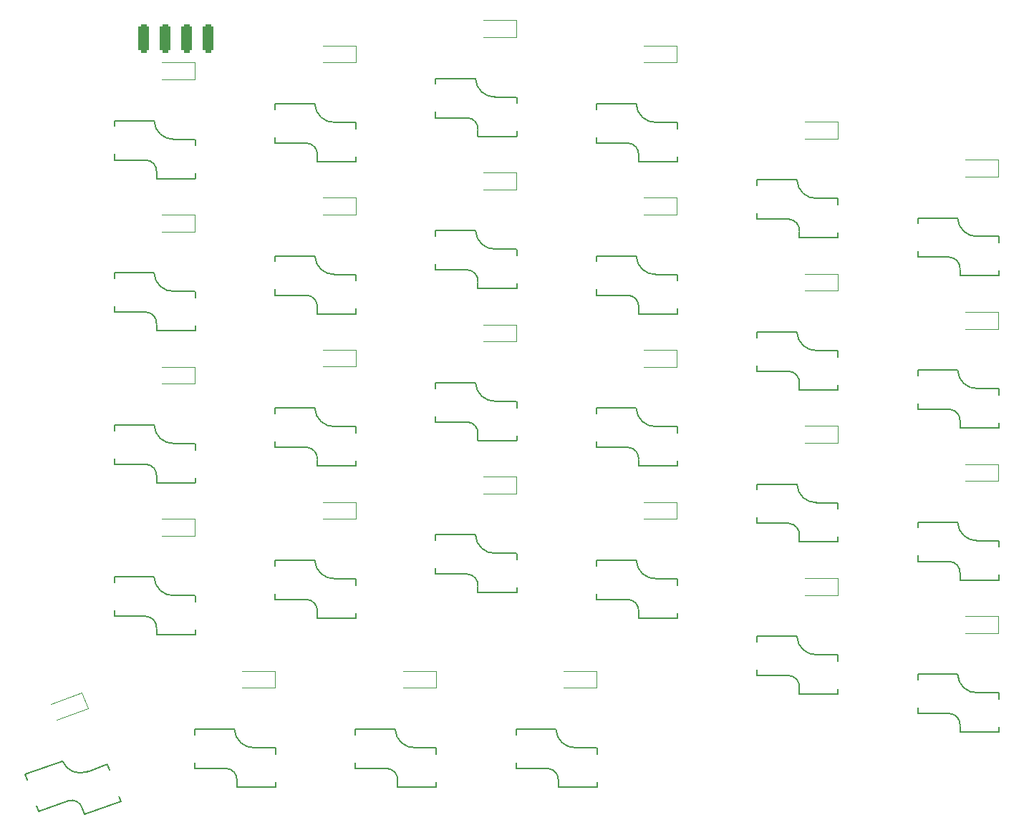
<source format=gbo>
%TF.GenerationSoftware,KiCad,Pcbnew,(6.0.11-0)*%
%TF.CreationDate,2023-01-30T19:33:05+08:00*%
%TF.ProjectId,V4,56342e6b-6963-4616-945f-706362585858,rev?*%
%TF.SameCoordinates,PX90f5600PY5e69ec0*%
%TF.FileFunction,Legend,Bot*%
%TF.FilePolarity,Positive*%
%FSLAX46Y46*%
G04 Gerber Fmt 4.6, Leading zero omitted, Abs format (unit mm)*
G04 Created by KiCad (PCBNEW (6.0.11-0)) date 2023-01-30 19:33:05*
%MOMM*%
%LPD*%
G01*
G04 APERTURE LIST*
G04 Aperture macros list*
%AMRoundRect*
0 Rectangle with rounded corners*
0 $1 Rounding radius*
0 $2 $3 $4 $5 $6 $7 $8 $9 X,Y pos of 4 corners*
0 Add a 4 corners polygon primitive as box body*
4,1,4,$2,$3,$4,$5,$6,$7,$8,$9,$2,$3,0*
0 Add four circle primitives for the rounded corners*
1,1,$1+$1,$2,$3*
1,1,$1+$1,$4,$5*
1,1,$1+$1,$6,$7*
1,1,$1+$1,$8,$9*
0 Add four rect primitives between the rounded corners*
20,1,$1+$1,$2,$3,$4,$5,0*
20,1,$1+$1,$4,$5,$6,$7,0*
20,1,$1+$1,$6,$7,$8,$9,0*
20,1,$1+$1,$8,$9,$2,$3,0*%
%AMRotRect*
0 Rectangle, with rotation*
0 The origin of the aperture is its center*
0 $1 length*
0 $2 width*
0 $3 Rotation angle, in degrees counterclockwise*
0 Add horizontal line*
21,1,$1,$2,0,0,$3*%
G04 Aperture macros list end*
%ADD10C,0.150000*%
%ADD11C,0.120000*%
%ADD12C,3.000000*%
%ADD13C,3.200000*%
%ADD14RoundRect,0.317500X0.317500X1.397000X-0.317500X1.397000X-0.317500X-1.397000X0.317500X-1.397000X0*%
%ADD15C,1.700000*%
%ADD16R,2.000000X2.600000*%
%ADD17R,0.900000X1.200000*%
%ADD18RotRect,2.000000X2.600000X20.000000*%
%ADD19RotRect,0.900000X1.200000X200.000000*%
G04 APERTURE END LIST*
D10*
%TO.C,SW20*%
X11725000Y18625000D02*
X11725000Y17968000D01*
X21275000Y11775000D02*
X16725000Y11775000D01*
X21275000Y16425000D02*
X18725000Y16425000D01*
X15500000Y13975000D02*
X11725000Y13975000D01*
X16425000Y18625000D02*
X11725000Y18625000D01*
X21300000Y16400000D02*
X21300000Y15682000D01*
X21300000Y15682000D02*
X21300000Y15682000D01*
X21300000Y12380000D02*
X21300000Y11800000D01*
X16720000Y12500000D02*
X16720000Y11800000D01*
X11725000Y14666000D02*
X11725000Y13975000D01*
X16720000Y12550000D02*
G75*
G03*
X15500000Y13970000I-1320000J100000D01*
G01*
X16430000Y18600000D02*
G75*
G03*
X18800000Y16430000I2270000J100000D01*
G01*
D11*
%TO.C,D11*%
X78250000Y34500000D02*
X74350000Y34500000D01*
X78250000Y34500000D02*
X78250000Y32500000D01*
X78250000Y32500000D02*
X74350000Y32500000D01*
%TO.C,D47*%
X78250000Y-19500000D02*
X74350000Y-19500000D01*
X78250000Y-19500000D02*
X78250000Y-21500000D01*
X78250000Y-21500000D02*
X74350000Y-21500000D01*
D10*
%TO.C,SW8*%
X16720000Y30500002D02*
X16720000Y29800002D01*
X15500000Y31975002D02*
X11725000Y31975002D01*
X21300000Y33682002D02*
X21300000Y33682002D01*
X21275000Y34425002D02*
X18725000Y34425002D01*
X11725000Y36625002D02*
X11725000Y35968002D01*
X21275000Y29775002D02*
X16725000Y29775002D01*
X11725000Y32666002D02*
X11725000Y31975002D01*
X21300000Y34400002D02*
X21300000Y33682002D01*
X16425000Y36625002D02*
X11725000Y36625002D01*
X21300000Y30380002D02*
X21300000Y29800002D01*
X16720000Y30550002D02*
G75*
G03*
X15500000Y31970002I-1320000J100000D01*
G01*
X16430000Y36600002D02*
G75*
G03*
X18800000Y34430002I2270000J100000D01*
G01*
D11*
%TO.C,D32*%
X21250000Y5525000D02*
X17350000Y5525000D01*
X21250000Y7525000D02*
X21250000Y5525000D01*
X21250000Y7525000D02*
X17350000Y7525000D01*
D10*
%TO.C,SW11*%
X72500000Y22975000D02*
X68725000Y22975000D01*
X78300000Y21380000D02*
X78300000Y20800000D01*
X73720000Y21500000D02*
X73720000Y20800000D01*
X78300000Y24682000D02*
X78300000Y24682000D01*
X73425000Y27625000D02*
X68725000Y27625000D01*
X68725000Y27625000D02*
X68725000Y26968000D01*
X78275000Y20775000D02*
X73725000Y20775000D01*
X78275000Y25425000D02*
X75725000Y25425000D01*
X68725000Y23666000D02*
X68725000Y22975000D01*
X78300000Y25400000D02*
X78300000Y24682000D01*
X73720000Y21550000D02*
G75*
G03*
X72500000Y22970000I-1320000J100000D01*
G01*
X73430000Y27600000D02*
G75*
G03*
X75800000Y25430000I2270000J100000D01*
G01*
%TO.C,SW12*%
X97300000Y20900000D02*
X97300000Y20182000D01*
X97300000Y20182000D02*
X97300000Y20182000D01*
X92425000Y23125000D02*
X87725000Y23125000D01*
X92720000Y17000000D02*
X92720000Y16300000D01*
X87725000Y23125000D02*
X87725000Y22468000D01*
X91500000Y18475000D02*
X87725000Y18475000D01*
X97300000Y16880000D02*
X97300000Y16300000D01*
X87725000Y19166000D02*
X87725000Y18475000D01*
X97275000Y20925000D02*
X94725000Y20925000D01*
X97275000Y16275000D02*
X92725000Y16275000D01*
X92720000Y17050000D02*
G75*
G03*
X91500000Y18470000I-1320000J100000D01*
G01*
X92430000Y23100000D02*
G75*
G03*
X94800000Y20930000I2270000J100000D01*
G01*
%TO.C,SW7*%
X2275000Y27775000D02*
X-2275000Y27775000D01*
X2300000Y28380000D02*
X2300000Y27800000D01*
X-2280000Y28500000D02*
X-2280000Y27800000D01*
X2300000Y31682000D02*
X2300000Y31682000D01*
X-7275000Y30666000D02*
X-7275000Y29975000D01*
X-3500000Y29975000D02*
X-7275000Y29975000D01*
X2275000Y32425000D02*
X-275000Y32425000D01*
X2300000Y32400000D02*
X2300000Y31682000D01*
X-2575000Y34625000D02*
X-7275000Y34625000D01*
X-7275000Y34625000D02*
X-7275000Y33968000D01*
X-2570000Y34600000D02*
G75*
G03*
X-200000Y32430000I2270000J100000D01*
G01*
X-2280000Y28550000D02*
G75*
G03*
X-3500000Y29970000I-1320000J100000D01*
G01*
%TO.C,SW22*%
X49725000Y18625000D02*
X49725000Y17968000D01*
X59300000Y15682000D02*
X59300000Y15682000D01*
X53500000Y13975000D02*
X49725000Y13975000D01*
X54720000Y12500000D02*
X54720000Y11800000D01*
X59275000Y11775000D02*
X54725000Y11775000D01*
X59300000Y12380000D02*
X59300000Y11800000D01*
X49725000Y14666000D02*
X49725000Y13975000D01*
X59300000Y16400000D02*
X59300000Y15682000D01*
X54425000Y18625000D02*
X49725000Y18625000D01*
X59275000Y16425000D02*
X56725000Y16425000D01*
X54720000Y12550000D02*
G75*
G03*
X53500000Y13970000I-1320000J100000D01*
G01*
X54430000Y18600000D02*
G75*
G03*
X56800000Y16430000I2270000J100000D01*
G01*
D11*
%TO.C,D21*%
X40250000Y28500000D02*
X40250000Y26500000D01*
X40250000Y28500000D02*
X36350000Y28500000D01*
X40250000Y26500000D02*
X36350000Y26500000D01*
D10*
%TO.C,SW58*%
X49800000Y-39600000D02*
X49800000Y-40318000D01*
X44925000Y-37375000D02*
X40225000Y-37375000D01*
X49800000Y-43620000D02*
X49800000Y-44200000D01*
X45220000Y-43500000D02*
X45220000Y-44200000D01*
X44000000Y-42025000D02*
X40225000Y-42025000D01*
X40225000Y-37375000D02*
X40225000Y-38032000D01*
X49775000Y-39575000D02*
X47225000Y-39575000D01*
X49775000Y-44225000D02*
X45225000Y-44225000D01*
X40225000Y-41334000D02*
X40225000Y-42025000D01*
X49800000Y-40318000D02*
X49800000Y-40318000D01*
X45220000Y-43450000D02*
G75*
G03*
X44000000Y-42030000I-1320000J100000D01*
G01*
X44930000Y-37400000D02*
G75*
G03*
X47300000Y-39570000I2270000J100000D01*
G01*
D11*
%TO.C,D56*%
X11750000Y-30500000D02*
X7850000Y-30500000D01*
X11750000Y-32500000D02*
X7850000Y-32500000D01*
X11750000Y-30500000D02*
X11750000Y-32500000D01*
%TO.C,D57*%
X30749984Y-32500000D02*
X26849984Y-32500000D01*
X30749984Y-30500000D02*
X26849984Y-30500000D01*
X30749984Y-30500000D02*
X30749984Y-32500000D01*
D10*
%TO.C,SW44*%
X21300000Y-23620000D02*
X21300000Y-24200000D01*
X11725000Y-17375000D02*
X11725000Y-18032000D01*
X21300000Y-19600000D02*
X21300000Y-20318000D01*
X16425000Y-17375000D02*
X11725000Y-17375000D01*
X16720000Y-23500000D02*
X16720000Y-24200000D01*
X11725000Y-21334000D02*
X11725000Y-22025000D01*
X21275000Y-19575000D02*
X18725000Y-19575000D01*
X21300000Y-20318000D02*
X21300000Y-20318000D01*
X21275000Y-24225000D02*
X16725000Y-24225000D01*
X15500000Y-22025000D02*
X11725000Y-22025000D01*
X16720000Y-23450000D02*
G75*
G03*
X15500000Y-22030000I-1320000J100000D01*
G01*
X16430000Y-17400000D02*
G75*
G03*
X18800000Y-19570000I2270000J100000D01*
G01*
%TO.C,SW36*%
X92425000Y-12875000D02*
X87725000Y-12875000D01*
X92720000Y-19000000D02*
X92720000Y-19700000D01*
X97275000Y-19725000D02*
X92725000Y-19725000D01*
X97300000Y-19120000D02*
X97300000Y-19700000D01*
X91500000Y-17525000D02*
X87725000Y-17525000D01*
X97275000Y-15075000D02*
X94725000Y-15075000D01*
X97300000Y-15818000D02*
X97300000Y-15818000D01*
X97300000Y-15100000D02*
X97300000Y-15818000D01*
X87725000Y-12875000D02*
X87725000Y-13532000D01*
X87725000Y-16834000D02*
X87725000Y-17525000D01*
X92430000Y-12900000D02*
G75*
G03*
X94800000Y-15070000I2270000J100000D01*
G01*
X92720000Y-18950000D02*
G75*
G03*
X91500000Y-17530000I-1320000J100000D01*
G01*
D11*
%TO.C,D23*%
X78300000Y16500000D02*
X78300000Y14500000D01*
X78300000Y16500000D02*
X74400000Y16500000D01*
X78300000Y14500000D02*
X74400000Y14500000D01*
D10*
%TO.C,SW34*%
X59275000Y-6225000D02*
X54725000Y-6225000D01*
X59275000Y-1575000D02*
X56725000Y-1575000D01*
X49725000Y625000D02*
X49725000Y-32000D01*
X53500000Y-4025000D02*
X49725000Y-4025000D01*
X59300000Y-5620000D02*
X59300000Y-6200000D01*
X49725000Y-3334000D02*
X49725000Y-4025000D01*
X54720000Y-5500000D02*
X54720000Y-6200000D01*
X54425000Y625000D02*
X49725000Y625000D01*
X59300000Y-1600000D02*
X59300000Y-2318000D01*
X59300000Y-2318000D02*
X59300000Y-2318000D01*
X54430000Y600000D02*
G75*
G03*
X56800000Y-1570000I2270000J100000D01*
G01*
X54720000Y-5450000D02*
G75*
G03*
X53500000Y-4030000I-1320000J100000D01*
G01*
D11*
%TO.C,D31*%
X2249998Y5499997D02*
X2249998Y3499997D01*
X2249998Y3499997D02*
X-1650002Y3499997D01*
X2249998Y5499997D02*
X-1650002Y5499997D01*
D10*
%TO.C,SW55*%
X-6702513Y-45337811D02*
X-6504142Y-45882833D01*
X-12698253Y-45822719D02*
X-16245592Y-47113845D01*
X-11047348Y-46791501D02*
X-10807934Y-47449285D01*
X-7831864Y-42234946D02*
X-7831864Y-42234946D01*
X-16481928Y-46464517D02*
X-16245592Y-47113845D01*
X-8109477Y-41545305D02*
X-10505693Y-42417457D01*
X-6519084Y-45914876D02*
X-10794685Y-47471068D01*
X-8077434Y-41560247D02*
X-7831864Y-42234946D01*
X-17835986Y-42744274D02*
X-17611279Y-43361652D01*
X-13419431Y-41136779D02*
X-17835986Y-42744274D01*
X-13406183Y-41158561D02*
G75*
G03*
X-10436927Y-42387107I2098901J870355D01*
G01*
X-11064449Y-46744516D02*
G75*
G03*
X-12696543Y-45827417I-1274596J-357497D01*
G01*
D11*
%TO.C,D46*%
X59250000Y-10500000D02*
X55350000Y-10500000D01*
X59250000Y-10500000D02*
X59250000Y-12500000D01*
X59250000Y-12500000D02*
X55350000Y-12500000D01*
%TO.C,D8*%
X21250000Y43500000D02*
X21250000Y41500000D01*
X21250000Y41500000D02*
X17350000Y41500000D01*
X21250000Y43500000D02*
X17350000Y43500000D01*
D10*
%TO.C,SW9*%
X30725000Y39624997D02*
X30725000Y38967997D01*
X35720000Y33499997D02*
X35720000Y32799997D01*
X30725000Y35665997D02*
X30725000Y34974997D01*
X34500000Y34974997D02*
X30725000Y34974997D01*
X40275000Y32774997D02*
X35725000Y32774997D01*
X40300000Y33379997D02*
X40300000Y32799997D01*
X40275000Y37424997D02*
X37725000Y37424997D01*
X40300000Y37399997D02*
X40300000Y36681997D01*
X35425000Y39624997D02*
X30725000Y39624997D01*
X40300000Y36681997D02*
X40300000Y36681997D01*
X35720000Y33549997D02*
G75*
G03*
X34500000Y34969997I-1320000J100000D01*
G01*
X35430000Y39599997D02*
G75*
G03*
X37800000Y37429997I2270000J100000D01*
G01*
%TO.C,SW21*%
X35720000Y15500000D02*
X35720000Y14800000D01*
X40300000Y18682000D02*
X40300000Y18682000D01*
X40275000Y14775000D02*
X35725000Y14775000D01*
X40300000Y15380000D02*
X40300000Y14800000D01*
X35425000Y21625000D02*
X30725000Y21625000D01*
X30725000Y21625000D02*
X30725000Y20968000D01*
X34500000Y16975000D02*
X30725000Y16975000D01*
X30725000Y17666000D02*
X30725000Y16975000D01*
X40300000Y19400000D02*
X40300000Y18682000D01*
X40275000Y19425000D02*
X37725000Y19425000D01*
X35720000Y15550000D02*
G75*
G03*
X34500000Y16970000I-1320000J100000D01*
G01*
X35430000Y21600000D02*
G75*
G03*
X37800000Y19430000I2270000J100000D01*
G01*
%TO.C,SW19*%
X-2575000Y16625000D02*
X-7275000Y16625000D01*
X2300000Y13682000D02*
X2300000Y13682000D01*
X2275000Y9775000D02*
X-2275000Y9775000D01*
X-7275000Y12666000D02*
X-7275000Y11975000D01*
X2275000Y14425000D02*
X-275000Y14425000D01*
X-2280000Y10500000D02*
X-2280000Y9800000D01*
X2300000Y14400000D02*
X2300000Y13682000D01*
X2300000Y10380000D02*
X2300000Y9800000D01*
X-3500000Y11975000D02*
X-7275000Y11975000D01*
X-7275000Y16625000D02*
X-7275000Y15968000D01*
X-2570000Y16600000D02*
G75*
G03*
X-200000Y14430000I2270000J100000D01*
G01*
X-2280000Y10550000D02*
G75*
G03*
X-3500000Y11970000I-1320000J100000D01*
G01*
D11*
%TO.C,D44*%
X21250000Y-10500000D02*
X21250000Y-12500000D01*
X21250000Y-12500000D02*
X17350000Y-12500000D01*
X21250000Y-10500000D02*
X17350000Y-10500000D01*
%TO.C,D24*%
X97250000Y10000000D02*
X93350000Y10000000D01*
X97250000Y12000000D02*
X97250000Y10000000D01*
X97250000Y12000000D02*
X93350000Y12000000D01*
D10*
%TO.C,SW45*%
X40275000Y-16575000D02*
X37725000Y-16575000D01*
X30725000Y-18334000D02*
X30725000Y-19025000D01*
X40300000Y-17318000D02*
X40300000Y-17318000D01*
X34500000Y-19025000D02*
X30725000Y-19025000D01*
X35425000Y-14375000D02*
X30725000Y-14375000D01*
X40300000Y-16600000D02*
X40300000Y-17318000D01*
X35720000Y-20500000D02*
X35720000Y-21200000D01*
X30725000Y-14375000D02*
X30725000Y-15032000D01*
X40300000Y-20620000D02*
X40300000Y-21200000D01*
X40275000Y-21225000D02*
X35725000Y-21225000D01*
X35430000Y-14400000D02*
G75*
G03*
X37800000Y-16570000I2270000J100000D01*
G01*
X35720000Y-20450000D02*
G75*
G03*
X34500000Y-19030000I-1320000J100000D01*
G01*
D11*
%TO.C,D35*%
X78250000Y-1500000D02*
X74350000Y-1500000D01*
X78250000Y-3500000D02*
X74350000Y-3500000D01*
X78250000Y-1500000D02*
X78250000Y-3500000D01*
%TO.C,D43*%
X2249998Y-12500003D02*
X2249998Y-14500003D01*
X2249998Y-14500003D02*
X-1650002Y-14500003D01*
X2249998Y-12500003D02*
X-1650002Y-12500003D01*
%TO.C,D9*%
X40250000Y46500000D02*
X36350000Y46500000D01*
X40250000Y44500000D02*
X36350000Y44500000D01*
X40250000Y46500000D02*
X40250000Y44500000D01*
D10*
%TO.C,SW33*%
X35425000Y3625000D02*
X30725000Y3625000D01*
X40300000Y1400000D02*
X40300000Y682000D01*
X40300000Y-2620000D02*
X40300000Y-3200000D01*
X40275000Y-3225000D02*
X35725000Y-3225000D01*
X35720000Y-2500000D02*
X35720000Y-3200000D01*
X40300000Y682000D02*
X40300000Y682000D01*
X40275000Y1425000D02*
X37725000Y1425000D01*
X30725000Y3625000D02*
X30725000Y2968000D01*
X30725000Y-334000D02*
X30725000Y-1025000D01*
X34500000Y-1025000D02*
X30725000Y-1025000D01*
X35720000Y-2450000D02*
G75*
G03*
X34500000Y-1030000I-1320000J100000D01*
G01*
X35430000Y3600000D02*
G75*
G03*
X37800000Y1430000I2270000J100000D01*
G01*
%TO.C,SW24*%
X97275000Y2925000D02*
X94725000Y2925000D01*
X87725000Y5125000D02*
X87725000Y4468000D01*
X97300000Y2182000D02*
X97300000Y2182000D01*
X97300000Y2900000D02*
X97300000Y2182000D01*
X92425000Y5125000D02*
X87725000Y5125000D01*
X92720000Y-1000000D02*
X92720000Y-1700000D01*
X91500000Y475000D02*
X87725000Y475000D01*
X87725000Y1166000D02*
X87725000Y475000D01*
X97275000Y-1725000D02*
X92725000Y-1725000D01*
X97300000Y-1120000D02*
X97300000Y-1700000D01*
X92430000Y5100000D02*
G75*
G03*
X94800000Y2930000I2270000J100000D01*
G01*
X92720000Y-950000D02*
G75*
G03*
X91500000Y470000I-1320000J100000D01*
G01*
%TO.C,SW47*%
X78300000Y-32620000D02*
X78300000Y-33200000D01*
X68725000Y-26375000D02*
X68725000Y-27032000D01*
X78300000Y-29318000D02*
X78300000Y-29318000D01*
X73425000Y-26375000D02*
X68725000Y-26375000D01*
X68725000Y-30334000D02*
X68725000Y-31025000D01*
X73720000Y-32500000D02*
X73720000Y-33200000D01*
X72500000Y-31025000D02*
X68725000Y-31025000D01*
X78300000Y-28600000D02*
X78300000Y-29318000D01*
X78275000Y-28575000D02*
X75725000Y-28575000D01*
X78275000Y-33225000D02*
X73725000Y-33225000D01*
X73430000Y-26400000D02*
G75*
G03*
X75800000Y-28570000I2270000J100000D01*
G01*
X73720000Y-32450000D02*
G75*
G03*
X72500000Y-31030000I-1320000J100000D01*
G01*
D11*
%TO.C,D7*%
X2250000Y41500000D02*
X2250000Y39500000D01*
X2250000Y41500000D02*
X-1650000Y41500000D01*
X2250000Y39500000D02*
X-1650000Y39500000D01*
%TO.C,D19*%
X2250000Y23500000D02*
X-1650000Y23500000D01*
X2250000Y21500000D02*
X-1650000Y21500000D01*
X2250000Y23500000D02*
X2250000Y21500000D01*
D10*
%TO.C,SW32*%
X16720000Y-5500000D02*
X16720000Y-6200000D01*
X11725000Y-3334000D02*
X11725000Y-4025000D01*
X16425000Y625000D02*
X11725000Y625000D01*
X21300000Y-2318000D02*
X21300000Y-2318000D01*
X11725000Y625000D02*
X11725000Y-32000D01*
X21275000Y-6225000D02*
X16725000Y-6225000D01*
X15500000Y-4025000D02*
X11725000Y-4025000D01*
X21300000Y-5620000D02*
X21300000Y-6200000D01*
X21275000Y-1575000D02*
X18725000Y-1575000D01*
X21300000Y-1600000D02*
X21300000Y-2318000D01*
X16430000Y600000D02*
G75*
G03*
X18800000Y-1570000I2270000J100000D01*
G01*
X16720000Y-5450000D02*
G75*
G03*
X15500000Y-4030000I-1320000J100000D01*
G01*
%TO.C,SW10*%
X54425000Y36625000D02*
X49725000Y36625000D01*
X59300000Y30380000D02*
X59300000Y29800000D01*
X49725000Y36625000D02*
X49725000Y35968000D01*
X59300000Y34400000D02*
X59300000Y33682000D01*
X59275000Y34425000D02*
X56725000Y34425000D01*
X59275000Y29775000D02*
X54725000Y29775000D01*
X54720000Y30500000D02*
X54720000Y29800000D01*
X49725000Y32666000D02*
X49725000Y31975000D01*
X59300000Y33682000D02*
X59300000Y33682000D01*
X53500000Y31975000D02*
X49725000Y31975000D01*
X54430000Y36600000D02*
G75*
G03*
X56800000Y34430000I2270000J100000D01*
G01*
X54720000Y30550000D02*
G75*
G03*
X53500000Y31970000I-1320000J100000D01*
G01*
%TO.C,SW35*%
X78275000Y-15225000D02*
X73725000Y-15225000D01*
X78300000Y-14620000D02*
X78300000Y-15200000D01*
X73720000Y-14500000D02*
X73720000Y-15200000D01*
X78300000Y-11318000D02*
X78300000Y-11318000D01*
X78300000Y-10600000D02*
X78300000Y-11318000D01*
X72500000Y-13025000D02*
X68725000Y-13025000D01*
X78275000Y-10575000D02*
X75725000Y-10575000D01*
X68725000Y-12334000D02*
X68725000Y-13025000D01*
X68725000Y-8375000D02*
X68725000Y-9032000D01*
X73425000Y-8375000D02*
X68725000Y-8375000D01*
X73720000Y-14450000D02*
G75*
G03*
X72500000Y-13030000I-1320000J100000D01*
G01*
X73430000Y-8400000D02*
G75*
G03*
X75800000Y-10570000I2270000J100000D01*
G01*
%TO.C,SW43*%
X2300000Y-22318000D02*
X2300000Y-22318000D01*
X-7275000Y-23334000D02*
X-7275000Y-24025000D01*
X-2280000Y-25500000D02*
X-2280000Y-26200000D01*
X-3500000Y-24025000D02*
X-7275000Y-24025000D01*
X2300000Y-25620000D02*
X2300000Y-26200000D01*
X2275000Y-21575000D02*
X-275000Y-21575000D01*
X-2575000Y-19375000D02*
X-7275000Y-19375000D01*
X2275000Y-26225000D02*
X-2275000Y-26225000D01*
X-7275000Y-19375000D02*
X-7275000Y-20032000D01*
X2300000Y-21600000D02*
X2300000Y-22318000D01*
X-2280000Y-25450000D02*
G75*
G03*
X-3500000Y-24030000I-1320000J100000D01*
G01*
X-2570000Y-19400000D02*
G75*
G03*
X-200000Y-21570000I2270000J100000D01*
G01*
%TO.C,SW31*%
X-7275000Y-1375000D02*
X-7275000Y-2032000D01*
X-2280000Y-7500000D02*
X-2280000Y-8200000D01*
X2275000Y-8225000D02*
X-2275000Y-8225000D01*
X-7275000Y-5334000D02*
X-7275000Y-6025000D01*
X2300000Y-4318000D02*
X2300000Y-4318000D01*
X-3500000Y-6025000D02*
X-7275000Y-6025000D01*
X-2575000Y-1375000D02*
X-7275000Y-1375000D01*
X2300000Y-3600000D02*
X2300000Y-4318000D01*
X2275000Y-3575000D02*
X-275000Y-3575000D01*
X2300000Y-7620000D02*
X2300000Y-8200000D01*
X-2570000Y-1400000D02*
G75*
G03*
X-200000Y-3570000I2270000J100000D01*
G01*
X-2280000Y-7450000D02*
G75*
G03*
X-3500000Y-6030000I-1320000J100000D01*
G01*
D11*
%TO.C,D12*%
X97250000Y30000000D02*
X93350000Y30000000D01*
X97250000Y30000000D02*
X97250000Y28000000D01*
X97250000Y28000000D02*
X93350000Y28000000D01*
%TO.C,D20*%
X21250000Y25500000D02*
X21250000Y23500000D01*
X21250000Y25500000D02*
X17350000Y25500000D01*
X21250000Y23500000D02*
X17350000Y23500000D01*
%TO.C,D33*%
X40250000Y8500000D02*
X36350000Y8500000D01*
X40250000Y10500000D02*
X40250000Y8500000D01*
X40250000Y10500000D02*
X36350000Y10500000D01*
%TO.C,D10*%
X59250000Y41500000D02*
X55350000Y41500000D01*
X59250000Y43500000D02*
X59250000Y41500000D01*
X59250000Y43500000D02*
X55350000Y43500000D01*
%TO.C,D22*%
X59250000Y23500000D02*
X55350000Y23500000D01*
X59250000Y25500000D02*
X59250000Y23500000D01*
X59250000Y25500000D02*
X55350000Y25500000D01*
%TO.C,D45*%
X40250000Y-9500000D02*
X36350000Y-9500000D01*
X40250000Y-7500000D02*
X40250000Y-9500000D01*
X40250000Y-7500000D02*
X36350000Y-7500000D01*
D10*
%TO.C,SW23*%
X68725000Y9625000D02*
X68725000Y8968000D01*
X72500000Y4975000D02*
X68725000Y4975000D01*
X78300000Y3380000D02*
X78300000Y2800000D01*
X78275000Y2775000D02*
X73725000Y2775000D01*
X78300000Y7400000D02*
X78300000Y6682000D01*
X78275000Y7425000D02*
X75725000Y7425000D01*
X68725000Y5666000D02*
X68725000Y4975000D01*
X73720000Y3500000D02*
X73720000Y2800000D01*
X78300000Y6682000D02*
X78300000Y6682000D01*
X73425000Y9625000D02*
X68725000Y9625000D01*
X73720000Y3550000D02*
G75*
G03*
X72500000Y4970000I-1320000J100000D01*
G01*
X73430000Y9600000D02*
G75*
G03*
X75800000Y7430000I2270000J100000D01*
G01*
%TO.C,SW48*%
X97275000Y-33075000D02*
X94725000Y-33075000D01*
X91500000Y-35525000D02*
X87725000Y-35525000D01*
X92720000Y-37000000D02*
X92720000Y-37700000D01*
X87725000Y-30875000D02*
X87725000Y-31532000D01*
X97300000Y-33100000D02*
X97300000Y-33818000D01*
X97300000Y-33818000D02*
X97300000Y-33818000D01*
X92425000Y-30875000D02*
X87725000Y-30875000D01*
X97300000Y-37120000D02*
X97300000Y-37700000D01*
X87725000Y-34834000D02*
X87725000Y-35525000D01*
X97275000Y-37725000D02*
X92725000Y-37725000D01*
X92430000Y-30900000D02*
G75*
G03*
X94800000Y-33070000I2270000J100000D01*
G01*
X92720000Y-36950000D02*
G75*
G03*
X91500000Y-35530000I-1320000J100000D01*
G01*
%TO.C,SW46*%
X59300000Y-19600000D02*
X59300000Y-20318000D01*
X59275000Y-19575000D02*
X56725000Y-19575000D01*
X59300000Y-20318000D02*
X59300000Y-20318000D01*
X59300000Y-23620000D02*
X59300000Y-24200000D01*
X54425000Y-17375000D02*
X49725000Y-17375000D01*
X49725000Y-17375000D02*
X49725000Y-18032000D01*
X59275000Y-24225000D02*
X54725000Y-24225000D01*
X54720000Y-23500000D02*
X54720000Y-24200000D01*
X53500000Y-22025000D02*
X49725000Y-22025000D01*
X49725000Y-21334000D02*
X49725000Y-22025000D01*
X54430000Y-17400000D02*
G75*
G03*
X56800000Y-19570000I2270000J100000D01*
G01*
X54720000Y-23450000D02*
G75*
G03*
X53500000Y-22030000I-1320000J100000D01*
G01*
D11*
%TO.C,D58*%
X49750000Y-30500000D02*
X45850000Y-30500000D01*
X49750000Y-32500000D02*
X45850000Y-32500000D01*
X49750000Y-30500000D02*
X49750000Y-32500000D01*
%TO.C,D34*%
X59250000Y5500000D02*
X55350000Y5500000D01*
X59250000Y7500000D02*
X55350000Y7500000D01*
X59250000Y7500000D02*
X59250000Y5500000D01*
D10*
%TO.C,SW56*%
X2224996Y-37375000D02*
X2224996Y-38032000D01*
X11799996Y-39600000D02*
X11799996Y-40318000D01*
X2224996Y-41334000D02*
X2224996Y-42025000D01*
X11774996Y-39575000D02*
X9224996Y-39575000D01*
X11774996Y-44225000D02*
X7224996Y-44225000D01*
X5999996Y-42025000D02*
X2224996Y-42025000D01*
X7219996Y-43500000D02*
X7219996Y-44200000D01*
X6924996Y-37375000D02*
X2224996Y-37375000D01*
X11799996Y-40318000D02*
X11799996Y-40318000D01*
X11799996Y-43620000D02*
X11799996Y-44200000D01*
X7219996Y-43450000D02*
G75*
G03*
X5999996Y-42030000I-1320000J100000D01*
G01*
X6929996Y-37400000D02*
G75*
G03*
X9299996Y-39570000I2270000J100000D01*
G01*
D11*
%TO.C,D55*%
X-11104047Y-33034401D02*
X-10420006Y-34913786D01*
X-10420006Y-34913786D02*
X-14084808Y-36247665D01*
X-11104047Y-33034401D02*
X-14768848Y-34368280D01*
D10*
%TO.C,SW57*%
X25925000Y-37375000D02*
X21225000Y-37375000D01*
X30775000Y-44225000D02*
X26225000Y-44225000D01*
X30775000Y-39575000D02*
X28225000Y-39575000D01*
X30800000Y-39600000D02*
X30800000Y-40318000D01*
X26220000Y-43500000D02*
X26220000Y-44200000D01*
X21225000Y-37375000D02*
X21225000Y-38032000D01*
X30800000Y-43620000D02*
X30800000Y-44200000D01*
X30800000Y-40318000D02*
X30800000Y-40318000D01*
X21225000Y-41334000D02*
X21225000Y-42025000D01*
X25000000Y-42025000D02*
X21225000Y-42025000D01*
X25930000Y-37400000D02*
G75*
G03*
X28300000Y-39570000I2270000J100000D01*
G01*
X26220000Y-43450000D02*
G75*
G03*
X25000000Y-42030000I-1320000J100000D01*
G01*
D11*
%TO.C,D36*%
X97250000Y-6000000D02*
X93350000Y-6000000D01*
X97250000Y-8000000D02*
X93350000Y-8000000D01*
X97250000Y-6000000D02*
X97250000Y-8000000D01*
%TO.C,D48*%
X97250000Y-24000000D02*
X93350000Y-24000000D01*
X97250000Y-24000000D02*
X97250000Y-26000000D01*
X97250000Y-26000000D02*
X93350000Y-26000000D01*
%TD*%
%LPC*%
D12*
%TO.C,SW17*%
X24000000Y16300000D03*
%TD*%
D13*
%TO.C,H1*%
X38000000Y-25000000D03*
%TD*%
D12*
%TO.C,SW29*%
X24000000Y-1700000D03*
%TD*%
%TO.C,SW51*%
X52500000Y-39700000D03*
%TD*%
%TO.C,SW15*%
X62000000Y16300000D03*
%TD*%
%TO.C,SW3*%
X62000000Y34300000D03*
%TD*%
%TO.C,SW4*%
X43000000Y37299997D03*
%TD*%
%TO.C,SW26*%
X81000000Y-10700000D03*
%TD*%
%TO.C,SW38*%
X81000000Y-28700000D03*
%TD*%
%TO.C,SW27*%
X62000000Y-1700000D03*
%TD*%
%TO.C,SW52*%
X33500000Y-39700000D03*
%TD*%
%TO.C,SW13*%
X100000000Y2800000D03*
%TD*%
%TO.C,SW5*%
X24000000Y34300002D03*
%TD*%
%TO.C,SW28*%
X43000000Y1300000D03*
%TD*%
%TO.C,SW1*%
X100000000Y20800000D03*
%TD*%
D13*
%TO.C,H2*%
X82000000Y-38000000D03*
%TD*%
D12*
%TO.C,SW42*%
X5000000Y-21700000D03*
%TD*%
%TO.C,SW14*%
X81000000Y7300000D03*
%TD*%
D13*
%TO.C,H3*%
X71000000Y41000000D03*
%TD*%
D12*
%TO.C,SW30*%
X5000000Y-3700000D03*
%TD*%
D14*
%TO.C,J1*%
X-3810000Y44349000D03*
X-1270000Y44349000D03*
X1270000Y44349000D03*
X3810000Y44349000D03*
%TD*%
D12*
%TO.C,SW53*%
X14499996Y-39700000D03*
%TD*%
D13*
%TO.C,H4*%
X-9000000Y5000000D03*
%TD*%
D12*
%TO.C,SW18*%
X5000000Y14300000D03*
%TD*%
%TO.C,SW40*%
X43000000Y-16700000D03*
%TD*%
%TO.C,SW41*%
X24000000Y-19700000D03*
%TD*%
%TO.C,SW39*%
X62000000Y-19700000D03*
%TD*%
%TO.C,SW6*%
X5000000Y32300000D03*
%TD*%
%TO.C,SW2*%
X81000000Y25300000D03*
%TD*%
%TO.C,SW25*%
X100000000Y-15200000D03*
%TD*%
%TO.C,SW16*%
X43000000Y19300000D03*
%TD*%
%TO.C,SW54*%
X-5506062Y-40730762D03*
%TD*%
%TO.C,SW37*%
X100000000Y-33200000D03*
%TD*%
%TO.C,SW20*%
X14000000Y16300000D03*
D15*
X24500000Y20000000D03*
D12*
X19000000Y14100000D03*
D15*
X13500000Y20000000D03*
D13*
X19000000Y20000000D03*
D16*
X10745000Y16300000D03*
X22302000Y14100000D03*
%TD*%
D17*
%TO.C,D11*%
X77650000Y33500000D03*
X74350000Y33500000D03*
%TD*%
%TO.C,D47*%
X77650000Y-20500000D03*
X74350000Y-20500000D03*
%TD*%
D12*
%TO.C,SW8*%
X19000000Y32100002D03*
D15*
X13500000Y38000002D03*
X24500000Y38000002D03*
D13*
X19000000Y38000002D03*
D12*
X14000000Y34300002D03*
D16*
X10745000Y34300002D03*
X22302000Y32100002D03*
%TD*%
D17*
%TO.C,D32*%
X20650000Y6525000D03*
X17350000Y6525000D03*
%TD*%
D12*
%TO.C,SW11*%
X76000000Y23100000D03*
D13*
X76000000Y29000000D03*
D15*
X81500000Y29000000D03*
D12*
X71000000Y25300000D03*
D15*
X70500000Y29000000D03*
D16*
X67745000Y25300000D03*
X79302000Y23100000D03*
%TD*%
D12*
%TO.C,SW12*%
X95000000Y18600000D03*
D13*
X95000000Y24500000D03*
D15*
X89500000Y24500000D03*
X100500000Y24500000D03*
D12*
X90000000Y20800000D03*
D16*
X86745000Y20800000D03*
X98302000Y18600000D03*
%TD*%
D15*
%TO.C,SW7*%
X-5500000Y36000000D03*
D12*
X0Y30100000D03*
D15*
X5500000Y36000000D03*
D13*
X0Y36000000D03*
D12*
X-5000000Y32300000D03*
D16*
X-8255000Y32300000D03*
X3302000Y30100000D03*
%TD*%
D12*
%TO.C,SW22*%
X57000000Y14100000D03*
D15*
X62500000Y20000000D03*
D12*
X52000000Y16300000D03*
D13*
X57000000Y20000000D03*
D15*
X51500000Y20000000D03*
D16*
X48745000Y16300000D03*
X60302000Y14100000D03*
%TD*%
D17*
%TO.C,D21*%
X39650000Y27500000D03*
X36350000Y27500000D03*
%TD*%
D13*
%TO.C,SW58*%
X47500000Y-36000000D03*
D15*
X53000000Y-36000000D03*
X42000000Y-36000000D03*
D12*
X47500000Y-41900000D03*
X42500000Y-39700000D03*
D16*
X39245000Y-39700000D03*
X50802000Y-41900000D03*
%TD*%
D17*
%TO.C,D56*%
X11150000Y-31500000D03*
X7850000Y-31500000D03*
%TD*%
%TO.C,D57*%
X30149984Y-31500000D03*
X26849984Y-31500000D03*
%TD*%
D15*
%TO.C,SW44*%
X24500000Y-16000000D03*
X13500000Y-16000000D03*
D13*
X19000000Y-16000000D03*
D12*
X14000000Y-19700000D03*
X19000000Y-21900000D03*
D16*
X10745000Y-19700000D03*
X22302000Y-21900000D03*
%TD*%
D12*
%TO.C,SW36*%
X95000000Y-17400000D03*
X90000000Y-15200000D03*
D15*
X89500000Y-11500000D03*
X100500000Y-11500000D03*
D13*
X95000000Y-11500000D03*
D16*
X86745000Y-15200000D03*
X98302000Y-17400000D03*
%TD*%
D17*
%TO.C,D23*%
X77700000Y15500000D03*
X74400000Y15500000D03*
%TD*%
D15*
%TO.C,SW34*%
X51500000Y2000000D03*
D12*
X57000000Y-3900000D03*
D13*
X57000000Y2000000D03*
D12*
X52000000Y-1700000D03*
D15*
X62500000Y2000000D03*
D16*
X48745000Y-1700000D03*
X60302000Y-3900000D03*
%TD*%
D17*
%TO.C,D31*%
X1649998Y4499997D03*
X-1650002Y4499997D03*
%TD*%
D15*
%TO.C,SW55*%
X-6301691Y-37082889D03*
D12*
X-9452081Y-44508186D03*
D13*
X-11470000Y-38964000D03*
D12*
X-14902989Y-44150963D03*
D15*
X-16638309Y-40845111D03*
D18*
X-17961688Y-45264239D03*
X-6349216Y-43378836D03*
%TD*%
D17*
%TO.C,D46*%
X58650000Y-11500000D03*
X55350000Y-11500000D03*
%TD*%
%TO.C,D8*%
X20650000Y42500000D03*
X17350000Y42500000D03*
%TD*%
D12*
%TO.C,SW9*%
X38000000Y35099997D03*
D15*
X43500000Y40999997D03*
D13*
X38000000Y40999997D03*
D12*
X33000000Y37299997D03*
D15*
X32500000Y40999997D03*
D16*
X29745000Y37299997D03*
X41302000Y35099997D03*
%TD*%
D15*
%TO.C,SW21*%
X32500000Y23000000D03*
D12*
X33000000Y19300000D03*
D13*
X38000000Y23000000D03*
D12*
X38000000Y17100000D03*
D15*
X43500000Y23000000D03*
D16*
X29745000Y19300000D03*
X41302000Y17100000D03*
%TD*%
D15*
%TO.C,SW19*%
X-5500000Y18000000D03*
D12*
X-5000000Y14300000D03*
X0Y12100000D03*
D15*
X5500000Y18000000D03*
D13*
X0Y18000000D03*
D16*
X-8255000Y14300000D03*
X3302000Y12100000D03*
%TD*%
D17*
%TO.C,D44*%
X20650000Y-11500000D03*
X17350000Y-11500000D03*
%TD*%
%TO.C,D24*%
X96650000Y11000000D03*
X93350000Y11000000D03*
%TD*%
D15*
%TO.C,SW45*%
X32500000Y-13000000D03*
X43500000Y-13000000D03*
D12*
X33000000Y-16700000D03*
X38000000Y-18900000D03*
D13*
X38000000Y-13000000D03*
D16*
X29745000Y-16700000D03*
X41302000Y-18900000D03*
%TD*%
D17*
%TO.C,D35*%
X77650000Y-2500000D03*
X74350000Y-2500000D03*
%TD*%
%TO.C,D43*%
X1649998Y-13500003D03*
X-1650002Y-13500003D03*
%TD*%
%TO.C,D9*%
X39650000Y45500000D03*
X36350000Y45500000D03*
%TD*%
D13*
%TO.C,SW33*%
X38000000Y5000000D03*
D15*
X32500000Y5000000D03*
D12*
X38000000Y-900000D03*
X33000000Y1300000D03*
D15*
X43500000Y5000000D03*
D16*
X29745000Y1300000D03*
X41302000Y-900000D03*
%TD*%
D12*
%TO.C,SW24*%
X95000000Y600000D03*
D15*
X100500000Y6500000D03*
X89500000Y6500000D03*
D13*
X95000000Y6500000D03*
D12*
X90000000Y2800000D03*
D16*
X86745000Y2800000D03*
X98302000Y600000D03*
%TD*%
D13*
%TO.C,SW47*%
X76000000Y-25000000D03*
D12*
X71000000Y-28700000D03*
D15*
X81500000Y-25000000D03*
X70500000Y-25000000D03*
D12*
X76000000Y-30900000D03*
D16*
X67745000Y-28700000D03*
X79302000Y-30900000D03*
%TD*%
D17*
%TO.C,D7*%
X1650000Y40500000D03*
X-1650000Y40500000D03*
%TD*%
%TO.C,D19*%
X1650000Y22500000D03*
X-1650000Y22500000D03*
%TD*%
D15*
%TO.C,SW32*%
X13500000Y2000000D03*
D13*
X19000000Y2000000D03*
D15*
X24500000Y2000000D03*
D12*
X19000000Y-3900000D03*
X14000000Y-1700000D03*
D16*
X10745000Y-1700000D03*
X22302000Y-3900000D03*
%TD*%
D15*
%TO.C,SW10*%
X51500000Y38000000D03*
D13*
X57000000Y38000000D03*
D12*
X52000000Y34300000D03*
D15*
X62500000Y38000000D03*
D12*
X57000000Y32100000D03*
D16*
X48745000Y34300000D03*
X60302000Y32100000D03*
%TD*%
D15*
%TO.C,SW35*%
X81500000Y-7000000D03*
X70500000Y-7000000D03*
D12*
X76000000Y-12900000D03*
X71000000Y-10700000D03*
D13*
X76000000Y-7000000D03*
D16*
X67745000Y-10700000D03*
X79302000Y-12900000D03*
%TD*%
D15*
%TO.C,SW43*%
X-5500000Y-18000000D03*
X5500000Y-18000000D03*
D13*
X0Y-18000000D03*
D12*
X-5000000Y-21700000D03*
X0Y-23900000D03*
D16*
X-8255000Y-21700000D03*
X3302000Y-23900000D03*
%TD*%
D15*
%TO.C,SW31*%
X5500000Y0D03*
D12*
X0Y-5900000D03*
D13*
X0Y0D03*
D15*
X-5500000Y0D03*
D12*
X-5000000Y-3700000D03*
D16*
X-8255000Y-3700000D03*
X3302000Y-5900000D03*
%TD*%
D17*
%TO.C,D12*%
X96650000Y29000000D03*
X93350000Y29000000D03*
%TD*%
%TO.C,D20*%
X20650000Y24500000D03*
X17350000Y24500000D03*
%TD*%
%TO.C,D33*%
X39650000Y9500000D03*
X36350000Y9500000D03*
%TD*%
%TO.C,D10*%
X58650000Y42500000D03*
X55350000Y42500000D03*
%TD*%
%TO.C,D22*%
X58650000Y24500000D03*
X55350000Y24500000D03*
%TD*%
%TO.C,D45*%
X39650000Y-8500000D03*
X36350000Y-8500000D03*
%TD*%
D15*
%TO.C,SW23*%
X70500000Y11000000D03*
D12*
X71000000Y7300000D03*
D13*
X76000000Y11000000D03*
D15*
X81500000Y11000000D03*
D12*
X76000000Y5100000D03*
D16*
X67745000Y7300000D03*
X79302000Y5100000D03*
%TD*%
D13*
%TO.C,SW48*%
X95000000Y-29500000D03*
D12*
X95000000Y-35400000D03*
D15*
X89500000Y-29500000D03*
X100500000Y-29500000D03*
D12*
X90000000Y-33200000D03*
D16*
X86745000Y-33200000D03*
X98302000Y-35400000D03*
%TD*%
D12*
%TO.C,SW46*%
X52000000Y-19700000D03*
D13*
X57000000Y-16000000D03*
D15*
X62500000Y-16000000D03*
D12*
X57000000Y-21900000D03*
D15*
X51500000Y-16000000D03*
D16*
X48745000Y-19700000D03*
X60302000Y-21900000D03*
%TD*%
D17*
%TO.C,D58*%
X49150000Y-31500000D03*
X45850000Y-31500000D03*
%TD*%
%TO.C,D34*%
X58650000Y6500000D03*
X55350000Y6500000D03*
%TD*%
D13*
%TO.C,SW56*%
X9499996Y-36000000D03*
D15*
X3999996Y-36000000D03*
D12*
X4499996Y-39700000D03*
X9499996Y-41900000D03*
D15*
X14999996Y-36000000D03*
D16*
X1244996Y-39700000D03*
X12801996Y-41900000D03*
%TD*%
D19*
%TO.C,D55*%
X-11325842Y-34179306D03*
X-14426828Y-35307972D03*
%TD*%
D15*
%TO.C,SW57*%
X23000000Y-36000000D03*
X34000000Y-36000000D03*
D12*
X28500000Y-41900000D03*
X23500000Y-39700000D03*
D13*
X28500000Y-36000000D03*
D16*
X20245000Y-39700000D03*
X31802000Y-41900000D03*
%TD*%
D17*
%TO.C,D36*%
X96650000Y-7000000D03*
X93350000Y-7000000D03*
%TD*%
%TO.C,D48*%
X96650000Y-25000000D03*
X93350000Y-25000000D03*
%TD*%
M02*

</source>
